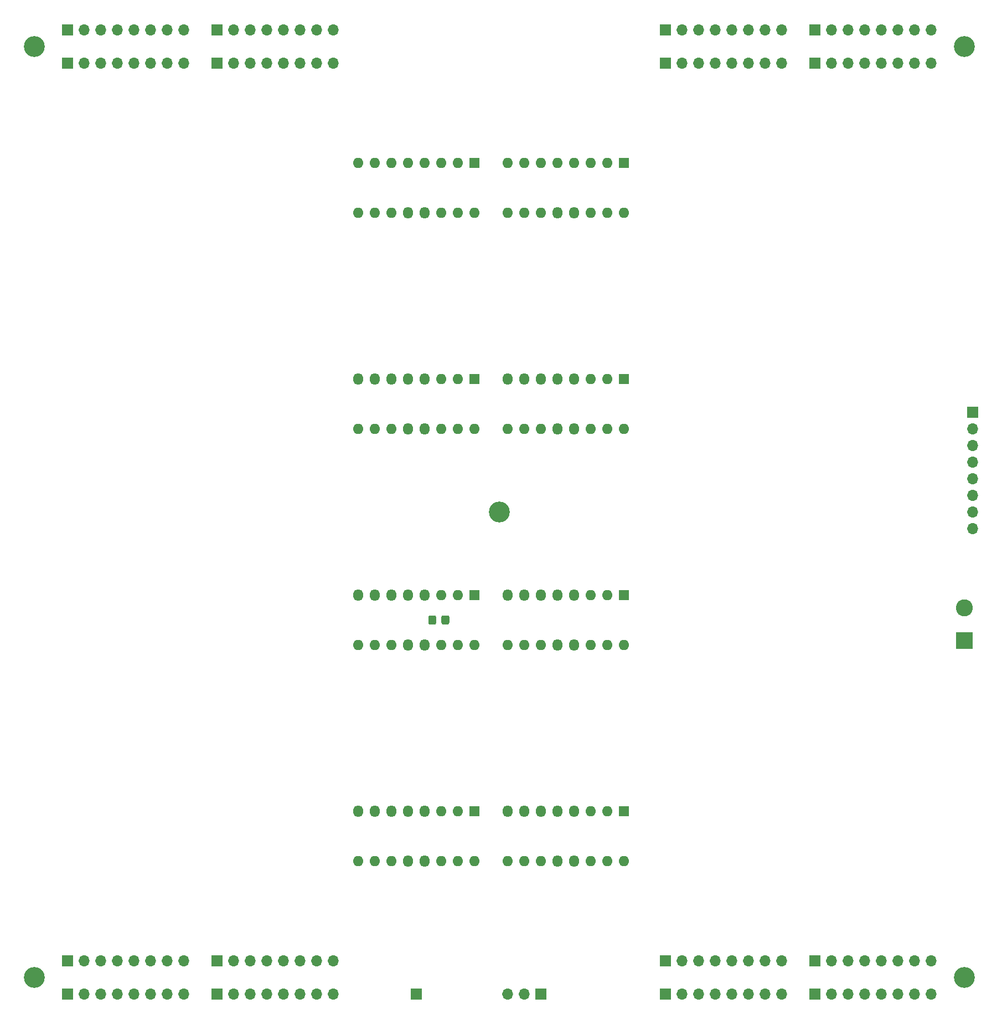
<source format=gbr>
%TF.GenerationSoftware,KiCad,Pcbnew,(5.1.8)-1*%
%TF.CreationDate,2022-05-31T01:24:27+03:00*%
%TF.ProjectId,MUX,4d55582e-6b69-4636-9164-5f7063625858,rev?*%
%TF.SameCoordinates,Original*%
%TF.FileFunction,Soldermask,Bot*%
%TF.FilePolarity,Negative*%
%FSLAX46Y46*%
G04 Gerber Fmt 4.6, Leading zero omitted, Abs format (unit mm)*
G04 Created by KiCad (PCBNEW (5.1.8)-1) date 2022-05-31 01:24:27*
%MOMM*%
%LPD*%
G01*
G04 APERTURE LIST*
%ADD10R,1.700000X1.700000*%
%ADD11O,1.700000X1.700000*%
%ADD12R,1.600000X1.600000*%
%ADD13O,1.600000X1.600000*%
%ADD14O,1.500000X1.800000*%
%ADD15R,2.600000X2.600000*%
%ADD16C,2.600000*%
%ADD17C,3.200000*%
G04 APERTURE END LIST*
D10*
%TO.C,J1*%
X39370000Y-35560000D03*
D11*
X41910000Y-35560000D03*
X44450000Y-35560000D03*
X46990000Y-35560000D03*
X49530000Y-35560000D03*
X52070000Y-35560000D03*
X54610000Y-35560000D03*
X57150000Y-35560000D03*
%TD*%
D10*
%TO.C,J2*%
X130810000Y-35560000D03*
D11*
X133350000Y-35560000D03*
X135890000Y-35560000D03*
X138430000Y-35560000D03*
X140970000Y-35560000D03*
X143510000Y-35560000D03*
X146050000Y-35560000D03*
X148590000Y-35560000D03*
%TD*%
%TO.C,J3*%
X57150000Y-177800000D03*
X54610000Y-177800000D03*
X52070000Y-177800000D03*
X49530000Y-177800000D03*
X46990000Y-177800000D03*
X44450000Y-177800000D03*
X41910000Y-177800000D03*
D10*
X39370000Y-177800000D03*
%TD*%
D11*
%TO.C,J4*%
X148590000Y-177800000D03*
X146050000Y-177800000D03*
X143510000Y-177800000D03*
X140970000Y-177800000D03*
X138430000Y-177800000D03*
X135890000Y-177800000D03*
X133350000Y-177800000D03*
D10*
X130810000Y-177800000D03*
%TD*%
%TO.C,J5*%
X62230000Y-30480000D03*
D11*
X64770000Y-30480000D03*
X67310000Y-30480000D03*
X69850000Y-30480000D03*
X72390000Y-30480000D03*
X74930000Y-30480000D03*
X77470000Y-30480000D03*
X80010000Y-30480000D03*
%TD*%
D10*
%TO.C,J6*%
X153670000Y-30480000D03*
D11*
X156210000Y-30480000D03*
X158750000Y-30480000D03*
X161290000Y-30480000D03*
X163830000Y-30480000D03*
X166370000Y-30480000D03*
X168910000Y-30480000D03*
X171450000Y-30480000D03*
%TD*%
%TO.C,J7*%
X80010000Y-177800000D03*
X77470000Y-177800000D03*
X74930000Y-177800000D03*
X72390000Y-177800000D03*
X69850000Y-177800000D03*
X67310000Y-177800000D03*
X64770000Y-177800000D03*
D10*
X62230000Y-177800000D03*
%TD*%
D11*
%TO.C,J8*%
X171450000Y-172720000D03*
X168910000Y-172720000D03*
X166370000Y-172720000D03*
X163830000Y-172720000D03*
X161290000Y-172720000D03*
X158750000Y-172720000D03*
X156210000Y-172720000D03*
D10*
X153670000Y-172720000D03*
%TD*%
D12*
%TO.C,U1*%
X101600000Y-50800000D03*
D13*
X83820000Y-58420000D03*
X99060000Y-50800000D03*
X86360000Y-58420000D03*
X96520000Y-50800000D03*
X88900000Y-58420000D03*
X93980000Y-50800000D03*
D14*
X91440000Y-58420000D03*
D13*
X91440000Y-50800000D03*
D14*
X93980000Y-58420000D03*
D13*
X88900000Y-50800000D03*
X96520000Y-58420000D03*
X86360000Y-50800000D03*
X99060000Y-58420000D03*
X83820000Y-50800000D03*
X101600000Y-58420000D03*
%TD*%
%TO.C,U2*%
X124460000Y-58420000D03*
X106680000Y-50800000D03*
X121920000Y-58420000D03*
X109220000Y-50800000D03*
X119380000Y-58420000D03*
X111760000Y-50800000D03*
D14*
X116840000Y-58420000D03*
D13*
X114300000Y-50800000D03*
D14*
X114300000Y-58420000D03*
D13*
X116840000Y-50800000D03*
X111760000Y-58420000D03*
X119380000Y-50800000D03*
X109220000Y-58420000D03*
X121920000Y-50800000D03*
X106680000Y-58420000D03*
D12*
X124460000Y-50800000D03*
%TD*%
%TO.C,U3*%
X101600000Y-83820000D03*
D13*
X83820000Y-91440000D03*
X99060000Y-83820000D03*
X86360000Y-91440000D03*
X96520000Y-83820000D03*
X88900000Y-91440000D03*
D14*
X93980000Y-83820000D03*
X91440000Y-91440000D03*
X91440000Y-83820000D03*
X93980000Y-91440000D03*
X88900000Y-83820000D03*
D13*
X96520000Y-91440000D03*
D14*
X86360000Y-83820000D03*
D13*
X99060000Y-91440000D03*
D14*
X83820000Y-83820000D03*
D13*
X101600000Y-91440000D03*
%TD*%
%TO.C,U4*%
X124460000Y-91440000D03*
D14*
X106680000Y-83820000D03*
D13*
X121920000Y-91440000D03*
D14*
X109220000Y-83820000D03*
D13*
X119380000Y-91440000D03*
D14*
X111760000Y-83820000D03*
X116840000Y-91440000D03*
X114300000Y-83820000D03*
X114300000Y-91440000D03*
X116840000Y-83820000D03*
D13*
X111760000Y-91440000D03*
X119380000Y-83820000D03*
X109220000Y-91440000D03*
X121920000Y-83820000D03*
X106680000Y-91440000D03*
D12*
X124460000Y-83820000D03*
%TD*%
%TO.C,U5*%
X101600000Y-116840000D03*
D13*
X83820000Y-124460000D03*
X99060000Y-116840000D03*
X86360000Y-124460000D03*
X96520000Y-116840000D03*
X88900000Y-124460000D03*
D14*
X93980000Y-116840000D03*
X91440000Y-124460000D03*
X91440000Y-116840000D03*
X93980000Y-124460000D03*
X88900000Y-116840000D03*
D13*
X96520000Y-124460000D03*
D14*
X86360000Y-116840000D03*
D13*
X99060000Y-124460000D03*
D14*
X83820000Y-116840000D03*
D13*
X101600000Y-124460000D03*
%TD*%
%TO.C,U6*%
X124460000Y-124460000D03*
D14*
X106680000Y-116840000D03*
D13*
X121920000Y-124460000D03*
D14*
X109220000Y-116840000D03*
D13*
X119380000Y-124460000D03*
D14*
X111760000Y-116840000D03*
X116840000Y-124460000D03*
X114300000Y-116840000D03*
X114300000Y-124460000D03*
X116840000Y-116840000D03*
D13*
X111760000Y-124460000D03*
X119380000Y-116840000D03*
X109220000Y-124460000D03*
X121920000Y-116840000D03*
X106680000Y-124460000D03*
D12*
X124460000Y-116840000D03*
%TD*%
%TO.C,U7*%
X101600000Y-149860000D03*
D13*
X83820000Y-157480000D03*
X99060000Y-149860000D03*
X86360000Y-157480000D03*
X96520000Y-149860000D03*
X88900000Y-157480000D03*
D14*
X93980000Y-149860000D03*
X91440000Y-157480000D03*
X91440000Y-149860000D03*
X93980000Y-157480000D03*
X88900000Y-149860000D03*
D13*
X96520000Y-157480000D03*
D14*
X86360000Y-149860000D03*
D13*
X99060000Y-157480000D03*
D14*
X83820000Y-149860000D03*
D13*
X101600000Y-157480000D03*
%TD*%
%TO.C,U8*%
X124460000Y-157480000D03*
D14*
X106680000Y-149860000D03*
D13*
X121920000Y-157480000D03*
D14*
X109220000Y-149860000D03*
D13*
X119380000Y-157480000D03*
D14*
X111760000Y-149860000D03*
X116840000Y-157480000D03*
X114300000Y-149860000D03*
X114300000Y-157480000D03*
X116840000Y-149860000D03*
D13*
X111760000Y-157480000D03*
X119380000Y-149860000D03*
X109220000Y-157480000D03*
X121920000Y-149860000D03*
X106680000Y-157480000D03*
D12*
X124460000Y-149860000D03*
%TD*%
D15*
%TO.C,J9*%
X176530000Y-123825000D03*
D16*
X176530000Y-118825000D03*
%TD*%
D10*
%TO.C,J10*%
X111760000Y-177800000D03*
D11*
X109220000Y-177800000D03*
X106680000Y-177800000D03*
%TD*%
D10*
%TO.C,J11*%
X177800000Y-88900000D03*
D11*
X177800000Y-91440000D03*
X177800000Y-93980000D03*
X177800000Y-96520000D03*
X177800000Y-99060000D03*
X177800000Y-101600000D03*
X177800000Y-104140000D03*
X177800000Y-106680000D03*
%TD*%
D17*
%TO.C,H1*%
X34290000Y-33020000D03*
%TD*%
%TO.C,H2*%
X105410000Y-104140000D03*
%TD*%
%TO.C,H3*%
X34290000Y-175260000D03*
%TD*%
%TO.C,H4*%
X176530000Y-33020000D03*
%TD*%
%TO.C,H5*%
X176530000Y-175260000D03*
%TD*%
D10*
%TO.C,J12*%
X39370000Y-30480000D03*
D11*
X41910000Y-30480000D03*
X44450000Y-30480000D03*
X46990000Y-30480000D03*
X49530000Y-30480000D03*
X52070000Y-30480000D03*
X54610000Y-30480000D03*
X57150000Y-30480000D03*
%TD*%
D10*
%TO.C,J13*%
X130810000Y-30480000D03*
D11*
X133350000Y-30480000D03*
X135890000Y-30480000D03*
X138430000Y-30480000D03*
X140970000Y-30480000D03*
X143510000Y-30480000D03*
X146050000Y-30480000D03*
X148590000Y-30480000D03*
%TD*%
%TO.C,J14*%
X57150000Y-172720000D03*
X54610000Y-172720000D03*
X52070000Y-172720000D03*
X49530000Y-172720000D03*
X46990000Y-172720000D03*
X44450000Y-172720000D03*
X41910000Y-172720000D03*
D10*
X39370000Y-172720000D03*
%TD*%
D11*
%TO.C,J15*%
X148590000Y-172720000D03*
X146050000Y-172720000D03*
X143510000Y-172720000D03*
X140970000Y-172720000D03*
X138430000Y-172720000D03*
X135890000Y-172720000D03*
X133350000Y-172720000D03*
D10*
X130810000Y-172720000D03*
%TD*%
%TO.C,J16*%
X62230000Y-35560000D03*
D11*
X64770000Y-35560000D03*
X67310000Y-35560000D03*
X69850000Y-35560000D03*
X72390000Y-35560000D03*
X74930000Y-35560000D03*
X77470000Y-35560000D03*
X80010000Y-35560000D03*
%TD*%
D10*
%TO.C,J17*%
X153670000Y-35560000D03*
D11*
X156210000Y-35560000D03*
X158750000Y-35560000D03*
X161290000Y-35560000D03*
X163830000Y-35560000D03*
X166370000Y-35560000D03*
X168910000Y-35560000D03*
X171450000Y-35560000D03*
%TD*%
%TO.C,J18*%
X80010000Y-172720000D03*
X77470000Y-172720000D03*
X74930000Y-172720000D03*
X72390000Y-172720000D03*
X69850000Y-172720000D03*
X67310000Y-172720000D03*
X64770000Y-172720000D03*
D10*
X62230000Y-172720000D03*
%TD*%
D11*
%TO.C,J19*%
X171450000Y-177800000D03*
X168910000Y-177800000D03*
X166370000Y-177800000D03*
X163830000Y-177800000D03*
X161290000Y-177800000D03*
X158750000Y-177800000D03*
X156210000Y-177800000D03*
D10*
X153670000Y-177800000D03*
%TD*%
%TO.C,J20*%
X92710000Y-177800000D03*
%TD*%
%TO.C,R1*%
G36*
G01*
X94555000Y-121100001D02*
X94555000Y-120199999D01*
G75*
G02*
X94804999Y-119950000I249999J0D01*
G01*
X95505001Y-119950000D01*
G75*
G02*
X95755000Y-120199999I0J-249999D01*
G01*
X95755000Y-121100001D01*
G75*
G02*
X95505001Y-121350000I-249999J0D01*
G01*
X94804999Y-121350000D01*
G75*
G02*
X94555000Y-121100001I0J249999D01*
G01*
G37*
G36*
G01*
X96555000Y-121100001D02*
X96555000Y-120199999D01*
G75*
G02*
X96804999Y-119950000I249999J0D01*
G01*
X97505001Y-119950000D01*
G75*
G02*
X97755000Y-120199999I0J-249999D01*
G01*
X97755000Y-121100001D01*
G75*
G02*
X97505001Y-121350000I-249999J0D01*
G01*
X96804999Y-121350000D01*
G75*
G02*
X96555000Y-121100001I0J249999D01*
G01*
G37*
%TD*%
M02*

</source>
